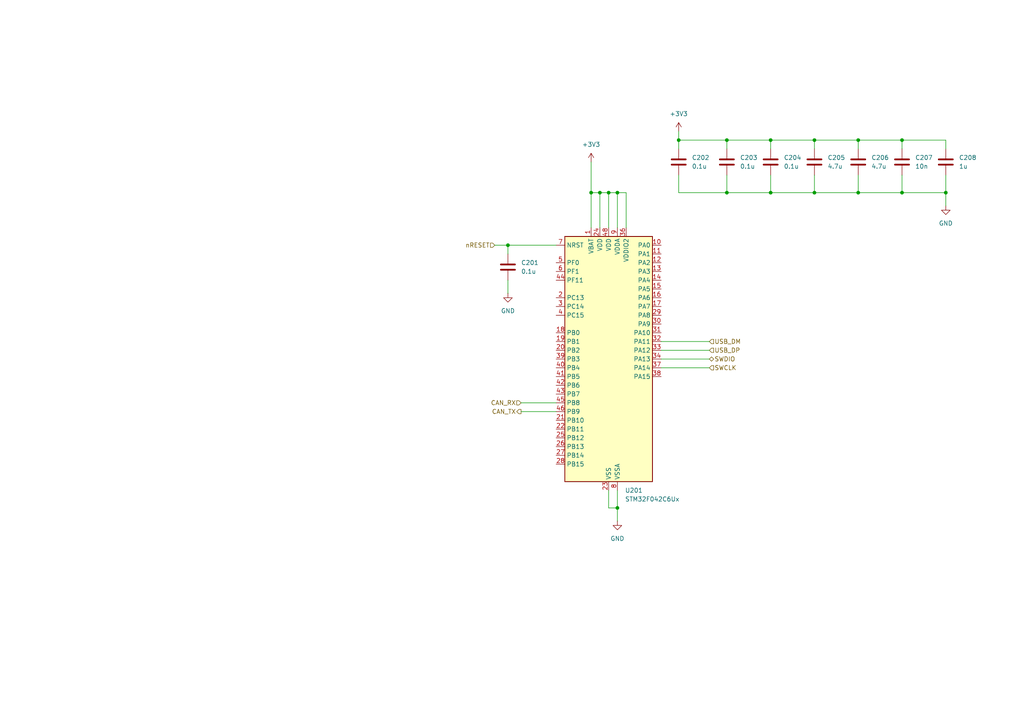
<source format=kicad_sch>
(kicad_sch (version 20231120) (generator "eeschema") (generator_version "8.0")
  (paper "A4")
  (lib_symbols
    (symbol "Device:C" (pin_numbers hide) (pin_names (offset 0.254))
      (property "Reference" "C" (at 0.635 2.54 0))
      (property "Value" "C" (at 0.635 -2.54 0))
      (symbol "C_0_1"
        (polyline (pts (xy -2.032 -0.762) (xy 2.032 -0.762)) (stroke (width 0.508)))
        (polyline (pts (xy -2.032 0.762) (xy 2.032 0.762)) (stroke (width 0.508)))
      )
      (symbol "C_1_1"
        (pin passive line (at 0 3.81 270) (length 2.794) (name "~") (number "1"))
        (pin passive line (at 0 -3.81 90) (length 2.794) (name "~") (number "2"))
      )
    )
    (symbol "MCU_ST_STM32F0:STM32F042C6Ux"
      (property "Reference" "U" (at -12.7 36.83 0))
      (property "Value" "STM32F042C6Ux" (at 7.62 36.83 0))
      (symbol "STM32F042C6Ux_0_1"
        (rectangle (start -12.7 -35.56) (end 12.7 35.56) (stroke (width 0.254)) (fill (type background)))
      )
      (symbol "STM32F042C6Ux_1_1"
        (pin power_in line (at -5.08 38.1 270) (length 2.54) (name "VBAT") (number "1"))
        (pin bidirectional line (at 15.24 33.02 180) (length 2.54) (name "PA0") (number "10"))
        (pin bidirectional line (at 15.24 30.48 180) (length 2.54) (name "PA1") (number "11"))
        (pin bidirectional line (at 15.24 27.94 180) (length 2.54) (name "PA2") (number "12"))
        (pin bidirectional line (at 15.24 25.4 180) (length 2.54) (name "PA3") (number "13"))
        (pin bidirectional line (at 15.24 22.86 180) (length 2.54) (name "PA4") (number "14"))
        (pin bidirectional line (at 15.24 20.32 180) (length 2.54) (name "PA5") (number "15"))
        (pin bidirectional line (at 15.24 17.78 180) (length 2.54) (name "PA6") (number "16"))
        (pin bidirectional line (at 15.24 15.24 180) (length 2.54) (name "PA7") (number "17"))
        (pin bidirectional line (at -15.24 7.62 0) (length 2.54) (name "PB0") (number "18"))
        (pin bidirectional line (at -15.24 5.08 0) (length 2.54) (name "PB1") (number "19"))
        (pin bidirectional line (at -15.24 17.78 0) (length 2.54) (name "PC13") (number "2"))
        (pin bidirectional line (at -15.24 2.54 0) (length 2.54) (name "PB2") (number "20"))
        (pin bidirectional line (at -15.24 -17.78 0) (length 2.54) (name "PB10") (number "21"))
        (pin bidirectional line (at -15.24 -20.32 0) (length 2.54) (name "PB11") (number "22"))
        (pin power_in line (at 0 -38.1 90) (length 2.54) (name "VSS") (number "23"))
        (pin power_in line (at -2.54 38.1 270) (length 2.54) (name "VDD") (number "24"))
        (pin bidirectional line (at -15.24 -22.86 0) (length 2.54) (name "PB12") (number "25"))
        (pin bidirectional line (at -15.24 -25.4 0) (length 2.54) (name "PB13") (number "26"))
        (pin bidirectional line (at -15.24 -27.94 0) (length 2.54) (name "PB14") (number "27"))
        (pin bidirectional line (at -15.24 -30.48 0) (length 2.54) (name "PB15") (number "28"))
        (pin bidirectional line (at 15.24 12.7 180) (length 2.54) (name "PA8") (number "29"))
        (pin bidirectional line (at -15.24 15.24 0) (length 2.54) (name "PC14") (number "3"))
        (pin bidirectional line (at 15.24 10.16 180) (length 2.54) (name "PA9") (number "30"))
        (pin bidirectional line (at 15.24 7.62 180) (length 2.54) (name "PA10") (number "31"))
        (pin bidirectional line (at 15.24 5.08 180) (length 2.54) (name "PA11") (number "32"))
        (pin bidirectional line (at 15.24 2.54 180) (length 2.54) (name "PA12") (number "33"))
        (pin bidirectional line (at 15.24 0 180) (length 2.54) (name "PA13") (number "34"))
        (pin passive line (at 0 -38.1 90) (length 2.54) hide (name "VSS") (number "35"))
        (pin power_in line (at 5.08 38.1 270) (length 2.54) (name "VDDIO2") (number "36"))
        (pin bidirectional line (at 15.24 -2.54 180) (length 2.54) (name "PA14") (number "37"))
        (pin bidirectional line (at 15.24 -5.08 180) (length 2.54) (name "PA15") (number "38"))
        (pin bidirectional line (at -15.24 0 0) (length 2.54) (name "PB3") (number "39"))
        (pin bidirectional line (at -15.24 12.7 0) (length 2.54) (name "PC15") (number "4"))
        (pin bidirectional line (at -15.24 -2.54 0) (length 2.54) (name "PB4") (number "40"))
        (pin bidirectional line (at -15.24 -5.08 0) (length 2.54) (name "PB5") (number "41"))
        (pin bidirectional line (at -15.24 -7.62 0) (length 2.54) (name "PB6") (number "42"))
        (pin bidirectional line (at -15.24 -10.16 0) (length 2.54) (name "PB7") (number "43"))
        (pin bidirectional line (at -15.24 22.86 0) (length 2.54) (name "PF11") (number "44"))
        (pin bidirectional line (at -15.24 -12.7 0) (length 2.54) (name "PB8") (number "45"))
        (pin bidirectional line (at -15.24 -15.24 0) (length 2.54) (name "PB9") (number "46"))
        (pin passive line (at 0 -38.1 90) (length 2.54) hide (name "VSS") (number "47"))
        (pin power_in line (at 0 38.1 270) (length 2.54) (name "VDD") (number "48"))
        (pin passive line (at 0 -38.1 90) (length 2.54) hide (name "VSS") (number "49"))
        (pin bidirectional line (at -15.24 27.94 0) (length 2.54) (name "PF0") (number "5"))
        (pin bidirectional line (at -15.24 25.4 0) (length 2.54) (name "PF1") (number "6"))
        (pin input line (at -15.24 33.02 0) (length 2.54) (name "NRST") (number "7"))
        (pin power_in line (at 2.54 -38.1 90) (length 2.54) (name "VSSA") (number "8"))
        (pin power_in line (at 2.54 38.1 270) (length 2.54) (name "VDDA") (number "9"))
      )
    )
    (symbol "power:+3V3" (power) (pin_names (offset 0))
      (property "Value" "+3V3" (at 0 3.556 0))
      (symbol "+3V3_0_1"
        (polyline (pts (xy -0.762 1.27) (xy 0 2.54)))
        (polyline (pts (xy 0 0) (xy 0 2.54)))
        (polyline (pts (xy 0 2.54) (xy 0.762 1.27)))
      )
      (symbol "+3V3_1_1"
        (pin power_in line (at 0 0 90) (length 0) hide (name "+3V3") (number "1"))
      )
    )
    (symbol "power:GND" (power) (pin_numbers hide) (pin_names (offset 0) hide)
      (property "Value" "GND" (at 0 -3.81 0))
      (symbol "GND_0_1"
        (polyline (pts (xy 0 0) (xy 0 -1.27) (xy 1.27 -1.27) (xy 0 -2.54) (xy -1.27 -1.27) (xy 0 -1.27)))
      )
      (symbol "GND_1_1"
        (pin power_in line (at 0 0 270) (length 0) (name "~") (number "1"))
      )
    )
  )
  (junction (at 210.82 55.88))
  (junction (at 261.62 55.88))
  (junction (at 179.07 147.32))
  (junction (at 223.52 40.64))
  (junction (at 274.32 55.88))
  (junction (at 173.99 55.88))
  (junction (at 210.82 40.64))
  (junction (at 179.07 55.88))
  (junction (at 147.32 71.12))
  (junction (at 261.62 40.64))
  (junction (at 196.85 40.64))
  (junction (at 236.22 55.88))
  (junction (at 248.92 55.88))
  (junction (at 176.53 55.88))
  (junction (at 223.52 55.88))
  (junction (at 236.22 40.64))
  (junction (at 248.92 40.64))
  (junction (at 171.45 55.88))
  (wire (pts (xy 176.53 142.24) (xy 176.53 147.32)))
  (wire (pts (xy 173.99 66.04) (xy 173.99 55.88)))
  (wire (pts (xy 223.52 43.18) (xy 223.52 40.64)))
  (wire (pts (xy 223.52 50.8) (xy 223.52 55.88)))
  (wire (pts (xy 191.77 99.06) (xy 205.74 99.06)))
  (wire (pts (xy 179.07 55.88) (xy 176.53 55.88)))
  (wire (pts (xy 179.07 147.32) (xy 179.07 151.13)))
  (wire (pts (xy 147.32 71.12) (xy 161.29 71.12)))
  (wire (pts (xy 171.45 46.99) (xy 171.45 55.88)))
  (wire (pts (xy 261.62 50.8) (xy 261.62 55.88)))
  (wire (pts (xy 147.32 71.12) (xy 147.32 73.66)))
  (wire (pts (xy 210.82 50.8) (xy 210.82 55.88)))
  (wire (pts (xy 210.82 43.18) (xy 210.82 40.64)))
  (wire (pts (xy 248.92 55.88) (xy 261.62 55.88)))
  (wire (pts (xy 236.22 40.64) (xy 248.92 40.64)))
  (wire (pts (xy 261.62 43.18) (xy 261.62 40.64)))
  (wire (pts (xy 196.85 50.8) (xy 196.85 55.88)))
  (wire (pts (xy 191.77 104.14) (xy 205.74 104.14)))
  (wire (pts (xy 261.62 40.64) (xy 248.92 40.64)))
  (wire (pts (xy 223.52 55.88) (xy 236.22 55.88)))
  (wire (pts (xy 210.82 40.64) (xy 223.52 40.64)))
  (wire (pts (xy 151.13 116.84) (xy 161.29 116.84)))
  (wire (pts (xy 191.77 106.68) (xy 205.74 106.68)))
  (wire (pts (xy 179.07 66.04) (xy 179.07 55.88)))
  (wire (pts (xy 248.92 50.8) (xy 248.92 55.88)))
  (wire (pts (xy 236.22 43.18) (xy 236.22 40.64)))
  (wire (pts (xy 143.51 71.12) (xy 147.32 71.12)))
  (wire (pts (xy 236.22 50.8) (xy 236.22 55.88)))
  (wire (pts (xy 236.22 55.88) (xy 248.92 55.88)))
  (wire (pts (xy 196.85 55.88) (xy 210.82 55.88)))
  (wire (pts (xy 196.85 40.64) (xy 196.85 43.18)))
  (wire (pts (xy 196.85 40.64) (xy 210.82 40.64)))
  (wire (pts (xy 261.62 55.88) (xy 274.32 55.88)))
  (wire (pts (xy 274.32 40.64) (xy 261.62 40.64)))
  (wire (pts (xy 210.82 55.88) (xy 223.52 55.88)))
  (wire (pts (xy 248.92 43.18) (xy 248.92 40.64)))
  (wire (pts (xy 179.07 142.24) (xy 179.07 147.32)))
  (wire (pts (xy 176.53 55.88) (xy 173.99 55.88)))
  (wire (pts (xy 223.52 40.64) (xy 236.22 40.64)))
  (wire (pts (xy 173.99 55.88) (xy 171.45 55.88)))
  (wire (pts (xy 147.32 81.28) (xy 147.32 85.09)))
  (wire (pts (xy 274.32 50.8) (xy 274.32 55.88)))
  (wire (pts (xy 181.61 55.88) (xy 179.07 55.88)))
  (wire (pts (xy 176.53 147.32) (xy 179.07 147.32)))
  (wire (pts (xy 171.45 55.88) (xy 171.45 66.04)))
  (wire (pts (xy 181.61 66.04) (xy 181.61 55.88)))
  (wire (pts (xy 196.85 38.1) (xy 196.85 40.64)))
  (wire (pts (xy 176.53 66.04) (xy 176.53 55.88)))
  (wire (pts (xy 151.13 119.38) (xy 161.29 119.38)))
  (wire (pts (xy 274.32 43.18) (xy 274.32 40.64)))
  (wire (pts (xy 274.32 55.88) (xy 274.32 59.69)))
  (wire (pts (xy 191.77 101.6) (xy 205.74 101.6)))
  (hierarchical_label "SWCLK" (shape input) (at 205.74 106.68 0))
  (hierarchical_label "CAN_TX" (shape output) (at 151.13 119.38 180))
  (hierarchical_label "CAN_RX" (shape input) (at 151.13 116.84 180))
  (hierarchical_label "SWDIO" (shape bidirectional) (at 205.74 104.14 0))
  (hierarchical_label "nRESET" (shape input) (at 143.51 71.12 180))
  (hierarchical_label "USB_DM" (shape input) (at 205.74 99.06 0))
  (hierarchical_label "USB_DP" (shape input) (at 205.74 101.6 0))
  (symbol (lib_id "Device:C") (at 147.32 77.47 0) (unit 1)
    (property "Reference" "C201" (at 151.13 76.2 0) (effects (justify left)))
    (property "Value" "0.1u" (at 151.13 78.74 0) (effects (justify left)))
    (property "Footprint" "Capacitor_SMD:C_0402_1005Metric_Pad0.74x0.62mm_HandSolder" (effects (hide yes)))
  )
  (symbol (lib_id "power:+3V3") (at 171.45 46.99 0) (unit 1)
    (property "Reference" "#PWR0202" (effects (hide yes)))
    (property "Value" "+3V3" (at 171.45 41.91 0))
  )
  (symbol (lib_id "Device:C") (at 248.92 46.99 0) (unit 1)
    (property "Reference" "C206" (at 252.73 45.72 0) (effects (justify left)))
    (property "Value" "4.7u" (at 252.73 48.26 0) (effects (justify left)))
    (property "Footprint" "Capacitor_SMD:C_0603_1608Metric_Pad1.08x0.95mm_HandSolder" (effects (hide yes)))
  )
  (symbol (lib_id "power:GND") (at 179.07 151.13 0) (unit 1)
    (property "Reference" "#PWR0203" (effects (hide yes)))
    (property "Value" "GND" (at 179.07 156.21 0))
    (property "Description" "Power symbol creates a global label with name \"GND\" , ground" (effects (hide yes)))
  )
  (symbol (lib_id "Device:C") (at 274.32 46.99 0) (unit 1)
    (property "Reference" "C208" (at 278.13 45.72 0) (effects (justify left)))
    (property "Value" "1u" (at 278.13 48.26 0) (effects (justify left)))
    (property "Footprint" "Capacitor_SMD:C_0402_1005Metric_Pad0.74x0.62mm_HandSolder" (effects (hide yes)))
  )
  (symbol (lib_id "power:+3V3") (at 196.85 38.1 0) (unit 1)
    (property "Reference" "#PWR0204" (effects (hide yes)))
    (property "Value" "+3V3" (at 196.85 33.02 0))
  )
  (symbol (lib_id "Device:C") (at 210.82 46.99 0) (unit 1)
    (property "Reference" "C203" (at 214.63 45.72 0) (effects (justify left)))
    (property "Value" "0.1u" (at 214.63 48.26 0) (effects (justify left)))
    (property "Footprint" "Capacitor_SMD:C_0402_1005Metric_Pad0.74x0.62mm_HandSolder" (effects (hide yes)))
  )
  (symbol (lib_id "Device:C") (at 261.62 46.99 0) (unit 1)
    (property "Reference" "C207" (at 265.43 45.72 0) (effects (justify left)))
    (property "Value" "10n" (at 265.43 48.26 0) (effects (justify left)))
    (property "Footprint" "Capacitor_SMD:C_0402_1005Metric_Pad0.74x0.62mm_HandSolder" (effects (hide yes)))
  )
  (symbol (lib_id "Device:C") (at 196.85 46.99 0) (unit 1)
    (property "Reference" "C202" (at 200.66 45.72 0) (effects (justify left)))
    (property "Value" "0.1u" (at 200.66 48.26 0) (effects (justify left)))
    (property "Footprint" "Capacitor_SMD:C_0402_1005Metric_Pad0.74x0.62mm_HandSolder" (effects (hide yes)))
  )
  (symbol (lib_id "MCU_ST_STM32F0:STM32F042C6Ux") (at 176.53 104.14 0) (unit 1)
    (property "Reference" "U201" (at 181.2641 142.24 0) (effects (justify left)))
    (property "Value" "STM32F042C6Ux" (at 181.2641 144.78 0) (effects (justify left)))
    (property "Footprint" "Package_DFN_QFN:QFN-48-1EP_7x7mm_P0.5mm_EP5.6x5.6mm" (effects (hide yes)))
    (property "Datasheet" "https://www.st.com/resource/en/datasheet/stm32f042c6.pdf" (effects (hide yes)))
  )
  (symbol (lib_id "Device:C") (at 236.22 46.99 0) (unit 1)
    (property "Reference" "C205" (at 240.03 45.72 0) (effects (justify left)))
    (property "Value" "4.7u" (at 240.03 48.26 0) (effects (justify left)))
    (property "Footprint" "Capacitor_SMD:C_0603_1608Metric_Pad1.08x0.95mm_HandSolder" (effects (hide yes)))
  )
  (symbol (lib_id "power:GND") (at 147.32 85.09 0) (unit 1)
    (property "Reference" "#PWR0201" (effects (hide yes)))
    (property "Value" "GND" (at 147.32 90.17 0))
  )
  (symbol (lib_id "power:GND") (at 274.32 59.69 0) (unit 1)
    (property "Reference" "#PWR0205" (effects (hide yes)))
    (property "Value" "GND" (at 274.32 64.77 0))
  )
  (symbol (lib_id "Device:C") (at 223.52 46.99 0) (unit 1)
    (property "Reference" "C204" (at 227.33 45.72 0) (effects (justify left)))
    (property "Value" "0.1u" (at 227.33 48.26 0) (effects (justify left)))
    (property "Footprint" "Capacitor_SMD:C_0402_1005Metric_Pad0.74x0.62mm_HandSolder" (effects (hide yes)))
  )
)
</source>
